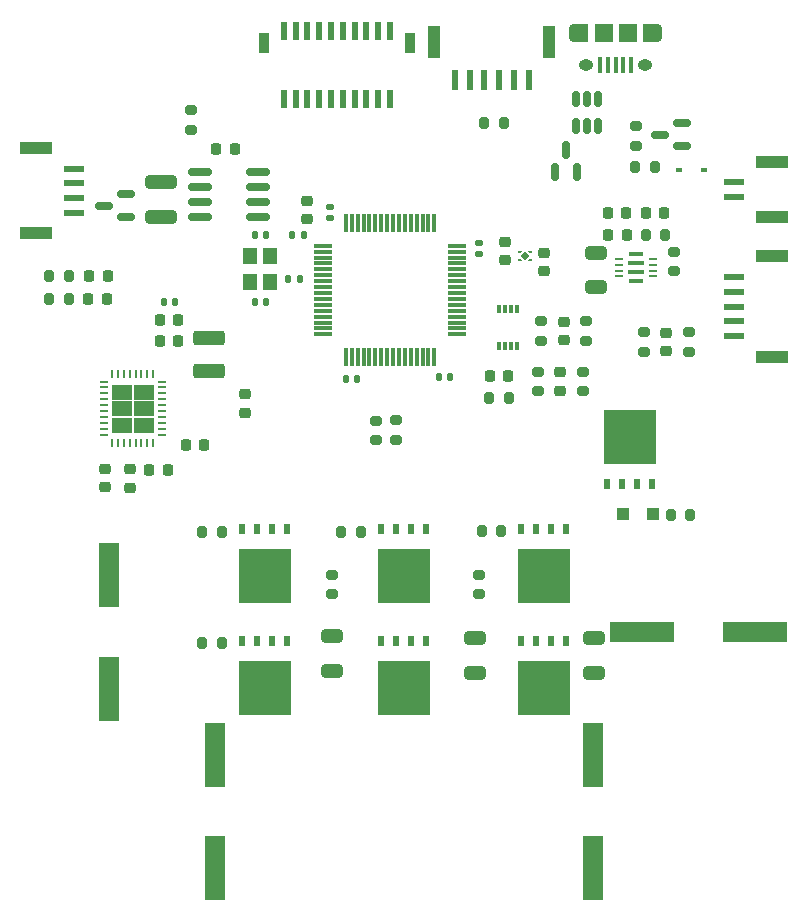
<source format=gtp>
G04 #@! TF.GenerationSoftware,KiCad,Pcbnew,(6.0.2)*
G04 #@! TF.CreationDate,2022-07-31T17:20:06+02:00*
G04 #@! TF.ProjectId,progetto_motor_controller,70726f67-6574-4746-9f5f-6d6f746f725f,rev?*
G04 #@! TF.SameCoordinates,Original*
G04 #@! TF.FileFunction,Paste,Top*
G04 #@! TF.FilePolarity,Positive*
%FSLAX46Y46*%
G04 Gerber Fmt 4.6, Leading zero omitted, Abs format (unit mm)*
G04 Created by KiCad (PCBNEW (6.0.2)) date 2022-07-31 17:20:06*
%MOMM*%
%LPD*%
G01*
G04 APERTURE LIST*
G04 Aperture macros list*
%AMRoundRect*
0 Rectangle with rounded corners*
0 $1 Rounding radius*
0 $2 $3 $4 $5 $6 $7 $8 $9 X,Y pos of 4 corners*
0 Add a 4 corners polygon primitive as box body*
4,1,4,$2,$3,$4,$5,$6,$7,$8,$9,$2,$3,0*
0 Add four circle primitives for the rounded corners*
1,1,$1+$1,$2,$3*
1,1,$1+$1,$4,$5*
1,1,$1+$1,$6,$7*
1,1,$1+$1,$8,$9*
0 Add four rect primitives between the rounded corners*
20,1,$1+$1,$2,$3,$4,$5,0*
20,1,$1+$1,$4,$5,$6,$7,0*
20,1,$1+$1,$6,$7,$8,$9,0*
20,1,$1+$1,$8,$9,$2,$3,0*%
%AMRotRect*
0 Rectangle, with rotation*
0 The origin of the aperture is its center*
0 $1 length*
0 $2 width*
0 $3 Rotation angle, in degrees counterclockwise*
0 Add horizontal line*
21,1,$1,$2,0,0,$3*%
%AMFreePoly0*
4,1,6,0.270000,0.070500,0.090000,-0.105000,-0.090000,-0.105000,-0.090000,0.105000,0.270000,0.105000,0.270000,0.070500,0.270000,0.070500,$1*%
%AMFreePoly1*
4,1,6,0.090000,-0.105000,-0.090000,-0.105000,-0.270000,0.070500,-0.270000,0.105000,0.090000,0.105000,0.090000,-0.105000,0.090000,-0.105000,$1*%
G04 Aperture macros list end*
%ADD10C,0.100000*%
%ADD11RoundRect,0.200000X0.275000X-0.200000X0.275000X0.200000X-0.275000X0.200000X-0.275000X-0.200000X0*%
%ADD12RoundRect,0.218750X-0.218750X-0.256250X0.218750X-0.256250X0.218750X0.256250X-0.218750X0.256250X0*%
%ADD13R,1.796999X5.403799*%
%ADD14O,1.250000X0.950000*%
%ADD15O,0.890000X1.550000*%
%ADD16R,0.400000X1.350000*%
%ADD17R,1.200000X1.550000*%
%ADD18R,1.500000X1.550000*%
%ADD19RoundRect,0.200000X0.200000X0.275000X-0.200000X0.275000X-0.200000X-0.275000X0.200000X-0.275000X0*%
%ADD20R,1.000000X1.000000*%
%ADD21RoundRect,0.250000X0.650000X-0.325000X0.650000X0.325000X-0.650000X0.325000X-0.650000X-0.325000X0*%
%ADD22RoundRect,0.200000X-0.200000X-0.275000X0.200000X-0.275000X0.200000X0.275000X-0.200000X0.275000X0*%
%ADD23R,5.403799X1.796999*%
%ADD24RoundRect,0.140000X-0.140000X-0.170000X0.140000X-0.170000X0.140000X0.170000X-0.140000X0.170000X0*%
%ADD25R,0.600000X0.800000*%
%ADD26R,4.410000X4.550000*%
%ADD27R,0.500000X0.850000*%
%ADD28RoundRect,0.250000X-1.075000X0.375000X-1.075000X-0.375000X1.075000X-0.375000X1.075000X0.375000X0*%
%ADD29RoundRect,0.225000X-0.225000X-0.250000X0.225000X-0.250000X0.225000X0.250000X-0.225000X0.250000X0*%
%ADD30RoundRect,0.225000X0.250000X-0.225000X0.250000X0.225000X-0.250000X0.225000X-0.250000X-0.225000X0*%
%ADD31R,1.400000X0.390000*%
%ADD32R,0.700000X0.250000*%
%ADD33R,1.250000X0.390000*%
%ADD34RoundRect,0.225000X0.225000X0.250000X-0.225000X0.250000X-0.225000X-0.250000X0.225000X-0.250000X0*%
%ADD35R,0.300000X0.800000*%
%ADD36RoundRect,0.200000X-0.275000X0.200000X-0.275000X-0.200000X0.275000X-0.200000X0.275000X0.200000X0*%
%ADD37RoundRect,0.150000X0.150000X-0.512500X0.150000X0.512500X-0.150000X0.512500X-0.150000X-0.512500X0*%
%ADD38RoundRect,0.140000X-0.170000X0.140000X-0.170000X-0.140000X0.170000X-0.140000X0.170000X0.140000X0*%
%ADD39R,0.600000X0.450000*%
%ADD40RoundRect,0.075000X-0.700000X-0.075000X0.700000X-0.075000X0.700000X0.075000X-0.700000X0.075000X0*%
%ADD41RoundRect,0.075000X-0.075000X-0.700000X0.075000X-0.700000X0.075000X0.700000X-0.075000X0.700000X0*%
%ADD42R,2.800000X1.000000*%
%ADD43R,1.800000X0.600000*%
%ADD44RoundRect,0.140000X0.140000X0.170000X-0.140000X0.170000X-0.140000X-0.170000X0.140000X-0.170000X0*%
%ADD45RoundRect,0.140000X0.170000X-0.140000X0.170000X0.140000X-0.170000X0.140000X-0.170000X-0.140000X0*%
%ADD46RoundRect,0.150000X0.587500X0.150000X-0.587500X0.150000X-0.587500X-0.150000X0.587500X-0.150000X0*%
%ADD47RoundRect,0.150000X0.150000X-0.587500X0.150000X0.587500X-0.150000X0.587500X-0.150000X-0.587500X0*%
%ADD48R,0.850000X1.800000*%
%ADD49R,0.600000X1.600000*%
%ADD50RoundRect,0.225000X-0.250000X0.225000X-0.250000X-0.225000X0.250000X-0.225000X0.250000X0.225000X0*%
%ADD51R,1.000000X2.800000*%
%ADD52R,0.600000X1.800000*%
%ADD53R,1.200000X1.400000*%
%ADD54R,0.757199X0.254800*%
%ADD55R,0.254800X0.757199*%
%ADD56RoundRect,0.250000X-1.075000X0.312500X-1.075000X-0.312500X1.075000X-0.312500X1.075000X0.312500X0*%
%ADD57RoundRect,0.150000X0.825000X0.150000X-0.825000X0.150000X-0.825000X-0.150000X0.825000X-0.150000X0*%
%ADD58RoundRect,0.135000X0.135000X0.185000X-0.135000X0.185000X-0.135000X-0.185000X0.135000X-0.185000X0*%
%ADD59FreePoly0,0.000000*%
%ADD60FreePoly1,180.000000*%
%ADD61FreePoly0,180.000000*%
%ADD62FreePoly1,0.000000*%
%ADD63RotRect,0.480000X0.480000X45.000000*%
G04 APERTURE END LIST*
D10*
X92900000Y-110598500D02*
X92900000Y-109401500D01*
X92900000Y-109401500D02*
X91245800Y-109401500D01*
X91245800Y-109401500D02*
X91245800Y-110598500D01*
X91245800Y-110598500D02*
X92900000Y-110598500D01*
G36*
X92900000Y-110598500D02*
G01*
X91245800Y-110598500D01*
X91245800Y-109401500D01*
X92900000Y-109401500D01*
X92900000Y-110598500D01*
G37*
X92900000Y-110598500D02*
X91245800Y-110598500D01*
X91245800Y-109401500D01*
X92900000Y-109401500D01*
X92900000Y-110598500D01*
X94754200Y-109201500D02*
X94754200Y-108004500D01*
X94754200Y-108004500D02*
X93100000Y-108004500D01*
X93100000Y-108004500D02*
X93100000Y-109201500D01*
X93100000Y-109201500D02*
X94754200Y-109201500D01*
G36*
X94754200Y-109201500D02*
G01*
X93100000Y-109201500D01*
X93100000Y-108004500D01*
X94754200Y-108004500D01*
X94754200Y-109201500D01*
G37*
X94754200Y-109201500D02*
X93100000Y-109201500D01*
X93100000Y-108004500D01*
X94754200Y-108004500D01*
X94754200Y-109201500D01*
X92900000Y-109201500D02*
X92900000Y-108004500D01*
X92900000Y-108004500D02*
X91245800Y-108004500D01*
X91245800Y-108004500D02*
X91245800Y-109201500D01*
X91245800Y-109201500D02*
X92900000Y-109201500D01*
G36*
X92900000Y-109201500D02*
G01*
X91245800Y-109201500D01*
X91245800Y-108004500D01*
X92900000Y-108004500D01*
X92900000Y-109201500D01*
G37*
X92900000Y-109201500D02*
X91245800Y-109201500D01*
X91245800Y-108004500D01*
X92900000Y-108004500D01*
X92900000Y-109201500D01*
X94754200Y-110598500D02*
X94754200Y-109401500D01*
X94754200Y-109401500D02*
X93100000Y-109401500D01*
X93100000Y-109401500D02*
X93100000Y-110598500D01*
X93100000Y-110598500D02*
X94754200Y-110598500D01*
G36*
X94754200Y-110598500D02*
G01*
X93100000Y-110598500D01*
X93100000Y-109401500D01*
X94754200Y-109401500D01*
X94754200Y-110598500D01*
G37*
X94754200Y-110598500D02*
X93100000Y-110598500D01*
X93100000Y-109401500D01*
X94754200Y-109401500D01*
X94754200Y-110598500D01*
X92900000Y-111995500D02*
X92900000Y-110798500D01*
X92900000Y-110798500D02*
X91245800Y-110798500D01*
X91245800Y-110798500D02*
X91245800Y-111995500D01*
X91245800Y-111995500D02*
X92900000Y-111995500D01*
G36*
X92900000Y-111995500D02*
G01*
X91245800Y-111995500D01*
X91245800Y-110798500D01*
X92900000Y-110798500D01*
X92900000Y-111995500D01*
G37*
X92900000Y-111995500D02*
X91245800Y-111995500D01*
X91245800Y-110798500D01*
X92900000Y-110798500D01*
X92900000Y-111995500D01*
X94754200Y-111995500D02*
X94754200Y-110798500D01*
X94754200Y-110798500D02*
X93100000Y-110798500D01*
X93100000Y-110798500D02*
X93100000Y-111995500D01*
X93100000Y-111995500D02*
X94754200Y-111995500D01*
G36*
X94754200Y-111995500D02*
G01*
X93100000Y-111995500D01*
X93100000Y-110798500D01*
X94754200Y-110798500D01*
X94754200Y-111995500D01*
G37*
X94754200Y-111995500D02*
X93100000Y-111995500D01*
X93100000Y-110798500D01*
X94754200Y-110798500D01*
X94754200Y-111995500D01*
D11*
X127300000Y-108575000D03*
X127300000Y-106925000D03*
D12*
X89312500Y-98800000D03*
X90887500Y-98800000D03*
D13*
X91000000Y-133745800D03*
X91000000Y-124154200D03*
D11*
X113600000Y-112700000D03*
X113600000Y-111050000D03*
D14*
X136400000Y-80950000D03*
X131400000Y-80950000D03*
D15*
X130400000Y-78250000D03*
X137400000Y-78250000D03*
D16*
X135200000Y-80950000D03*
X134550000Y-80950000D03*
X133900000Y-80950000D03*
X133250000Y-80950000D03*
X132600000Y-80950000D03*
D17*
X131000000Y-78250000D03*
X136800000Y-78250000D03*
D18*
X132900000Y-78250000D03*
X134900000Y-78250000D03*
D19*
X100525000Y-120450000D03*
X98875000Y-120450000D03*
D20*
X137050000Y-119000000D03*
X134550000Y-119000000D03*
D21*
X132250000Y-99775000D03*
X132250000Y-96825000D03*
X122000000Y-132425000D03*
X122000000Y-129475000D03*
D22*
X136425000Y-95300000D03*
X138075000Y-95300000D03*
D23*
X145686200Y-128950000D03*
X136094600Y-128950000D03*
D24*
X103320000Y-95300000D03*
X104280000Y-95300000D03*
D11*
X127600000Y-104275000D03*
X127600000Y-102625000D03*
D25*
X129705000Y-135575000D03*
D26*
X127800000Y-133700000D03*
D25*
X127165000Y-135575000D03*
X125895000Y-135575000D03*
X128435000Y-135575000D03*
D27*
X125895000Y-129750000D03*
X129705000Y-129750000D03*
X128435000Y-129750000D03*
X127165000Y-129750000D03*
D28*
X99450000Y-104050000D03*
X99450000Y-106850000D03*
D29*
X100075000Y-88050000D03*
X101625000Y-88050000D03*
D30*
X107800000Y-93975000D03*
X107800000Y-92425000D03*
D25*
X116605000Y-126075000D03*
X117875000Y-126075000D03*
D26*
X115970000Y-124200000D03*
D25*
X114065000Y-126075000D03*
X115335000Y-126075000D03*
D27*
X114065000Y-120250000D03*
X116605000Y-120250000D03*
X115335000Y-120250000D03*
X117875000Y-120250000D03*
D11*
X109850000Y-125775000D03*
X109850000Y-124125000D03*
D31*
X135660000Y-97710000D03*
X135650000Y-98490000D03*
D32*
X137100000Y-98850000D03*
X137100000Y-98350000D03*
X137100000Y-97850000D03*
X137100000Y-97350000D03*
X134200000Y-97350000D03*
X134200000Y-97850000D03*
X134200000Y-98350000D03*
X134200000Y-98850000D03*
D33*
X135650000Y-99210000D03*
X135650000Y-96990000D03*
D25*
X127165000Y-126075000D03*
X125895000Y-126075000D03*
X128435000Y-126075000D03*
X129705000Y-126075000D03*
D26*
X127800000Y-124200000D03*
D27*
X125895000Y-120250000D03*
X127165000Y-120250000D03*
X129705000Y-120250000D03*
X128435000Y-120250000D03*
D34*
X96825000Y-102550000D03*
X95275000Y-102550000D03*
X96825000Y-104350000D03*
X95275000Y-104350000D03*
D35*
X124050000Y-104700000D03*
X124550000Y-104700000D03*
X125050000Y-104700000D03*
X125550000Y-104700000D03*
X125550000Y-101600000D03*
X125050000Y-101600000D03*
X124550000Y-101600000D03*
X124050000Y-101600000D03*
D36*
X135650000Y-86125000D03*
X135650000Y-87775000D03*
D37*
X130500000Y-86137500D03*
X131450000Y-86137500D03*
X132400000Y-86137500D03*
X132400000Y-83862500D03*
X131450000Y-83862500D03*
X130500000Y-83862500D03*
D34*
X134825000Y-95300000D03*
X133275000Y-95300000D03*
D38*
X122300000Y-96020000D03*
X122300000Y-96980000D03*
D19*
X124825000Y-109150000D03*
X123175000Y-109150000D03*
D25*
X102295000Y-135575000D03*
X103565000Y-135575000D03*
X106105000Y-135575000D03*
D26*
X104200000Y-133700000D03*
D25*
X104835000Y-135575000D03*
D27*
X102295000Y-129750000D03*
X103565000Y-129750000D03*
X104835000Y-129750000D03*
X106105000Y-129750000D03*
D11*
X97900000Y-86425000D03*
X97900000Y-84775000D03*
D39*
X141350000Y-89800000D03*
X139250000Y-89800000D03*
D40*
X109125000Y-96250000D03*
X109125000Y-96750000D03*
X109125000Y-97250000D03*
X109125000Y-97750000D03*
X109125000Y-98250000D03*
X109125000Y-98750000D03*
X109125000Y-99250000D03*
X109125000Y-99750000D03*
X109125000Y-100250000D03*
X109125000Y-100750000D03*
X109125000Y-101250000D03*
X109125000Y-101750000D03*
X109125000Y-102250000D03*
X109125000Y-102750000D03*
X109125000Y-103250000D03*
X109125000Y-103750000D03*
D41*
X111050000Y-105675000D03*
X111550000Y-105675000D03*
X112050000Y-105675000D03*
X112550000Y-105675000D03*
X113050000Y-105675000D03*
X113550000Y-105675000D03*
X114050000Y-105675000D03*
X114550000Y-105675000D03*
X115050000Y-105675000D03*
X115550000Y-105675000D03*
X116050000Y-105675000D03*
X116550000Y-105675000D03*
X117050000Y-105675000D03*
X117550000Y-105675000D03*
X118050000Y-105675000D03*
X118550000Y-105675000D03*
D40*
X120475000Y-103750000D03*
X120475000Y-103250000D03*
X120475000Y-102750000D03*
X120475000Y-102250000D03*
X120475000Y-101750000D03*
X120475000Y-101250000D03*
X120475000Y-100750000D03*
X120475000Y-100250000D03*
X120475000Y-99750000D03*
X120475000Y-99250000D03*
X120475000Y-98750000D03*
X120475000Y-98250000D03*
X120475000Y-97750000D03*
X120475000Y-97250000D03*
X120475000Y-96750000D03*
X120475000Y-96250000D03*
D41*
X118550000Y-94325000D03*
X118050000Y-94325000D03*
X117550000Y-94325000D03*
X117050000Y-94325000D03*
X116550000Y-94325000D03*
X116050000Y-94325000D03*
X115550000Y-94325000D03*
X115050000Y-94325000D03*
X114550000Y-94325000D03*
X114050000Y-94325000D03*
X113550000Y-94325000D03*
X113050000Y-94325000D03*
X112550000Y-94325000D03*
X112050000Y-94325000D03*
X111550000Y-94325000D03*
X111050000Y-94325000D03*
D42*
X147150000Y-93850000D03*
X147150000Y-89150000D03*
D43*
X143950000Y-92125000D03*
X143950000Y-90875000D03*
D44*
X96580000Y-101050000D03*
X95620000Y-101050000D03*
D30*
X129500000Y-104225000D03*
X129500000Y-102675000D03*
D19*
X87575000Y-98850000D03*
X85925000Y-98850000D03*
D45*
X109700000Y-93930000D03*
X109700000Y-92970000D03*
D30*
X138200000Y-105175000D03*
X138200000Y-103625000D03*
D46*
X139537500Y-87800000D03*
X139537500Y-85900000D03*
X137662500Y-86850000D03*
D29*
X123225000Y-107300000D03*
X124775000Y-107300000D03*
D42*
X84800000Y-88000000D03*
X84800000Y-95200000D03*
D43*
X88000000Y-89725000D03*
X88000000Y-90975000D03*
X88000000Y-92225000D03*
X88000000Y-93475000D03*
D47*
X128750000Y-89987500D03*
X130650000Y-89987500D03*
X129700000Y-88112500D03*
D19*
X124425000Y-85900000D03*
X122775000Y-85900000D03*
D44*
X104280000Y-101000000D03*
X103320000Y-101000000D03*
D13*
X132000000Y-139354200D03*
X132000000Y-148945800D03*
D29*
X136475000Y-93500000D03*
X138025000Y-93500000D03*
D48*
X116475000Y-79100000D03*
X104125000Y-79100000D03*
D49*
X114800000Y-83800000D03*
X114800000Y-78100000D03*
X113800000Y-83800000D03*
X113800000Y-78100000D03*
X112800000Y-83800000D03*
X112800000Y-78100000D03*
X111800000Y-83800000D03*
X111800000Y-78100000D03*
X110800000Y-83800000D03*
X110800000Y-78100000D03*
X109800000Y-83800000D03*
X109800000Y-78100000D03*
X108800000Y-83800000D03*
X108800000Y-78100000D03*
X107800000Y-83800000D03*
X107800000Y-78100000D03*
X106800000Y-83800000D03*
X106800000Y-78100000D03*
X105800000Y-83800000D03*
X105800000Y-78100000D03*
D50*
X127800000Y-96850000D03*
X127800000Y-98400000D03*
D36*
X138800000Y-96740000D03*
X138800000Y-98390000D03*
D51*
X118550000Y-79000000D03*
X128250000Y-79000000D03*
D52*
X126525000Y-82200000D03*
X125275000Y-82200000D03*
X124025000Y-82200000D03*
X122775000Y-82200000D03*
X121525000Y-82200000D03*
X120275000Y-82200000D03*
D21*
X132050000Y-132425000D03*
X132050000Y-129475000D03*
D34*
X95975000Y-115200000D03*
X94425000Y-115200000D03*
D50*
X92750000Y-115175000D03*
X92750000Y-116725000D03*
D44*
X107480000Y-95300000D03*
X106520000Y-95300000D03*
D26*
X115970000Y-133700000D03*
D25*
X116605000Y-135575000D03*
X117875000Y-135575000D03*
X115335000Y-135575000D03*
X114065000Y-135575000D03*
D27*
X114065000Y-129750000D03*
X115335000Y-129750000D03*
X116605000Y-129750000D03*
X117875000Y-129750000D03*
D19*
X124225000Y-120400000D03*
X122575000Y-120400000D03*
D30*
X102550000Y-110375000D03*
X102550000Y-108825000D03*
D53*
X102950000Y-97100000D03*
X102950000Y-99300000D03*
X104650000Y-99300000D03*
X104650000Y-97100000D03*
D36*
X115300000Y-111025000D03*
X115300000Y-112675000D03*
D54*
X95450000Y-112250002D03*
X95450000Y-111750000D03*
X95450000Y-111250001D03*
X95450000Y-110750002D03*
X95450000Y-110250001D03*
X95450000Y-109750001D03*
X95450000Y-109250000D03*
X95450000Y-108750001D03*
X95450000Y-108250002D03*
X95450000Y-107750000D03*
D55*
X94749999Y-107080000D03*
X94250000Y-107080000D03*
X93750001Y-107080000D03*
X93250000Y-107080000D03*
X92750000Y-107080000D03*
X92249999Y-107080000D03*
X91750000Y-107080000D03*
X91250001Y-107080000D03*
D54*
X90550000Y-107749999D03*
X90550000Y-108250001D03*
X90550000Y-108750000D03*
X90550000Y-109249999D03*
X90550000Y-109750000D03*
X90550000Y-110250000D03*
X90550000Y-110750001D03*
X90550000Y-111250000D03*
X90550000Y-111749999D03*
X90550000Y-112250001D03*
D55*
X91250001Y-112918600D03*
X91750000Y-112918600D03*
X92249999Y-112918600D03*
X92750000Y-112918600D03*
X93250000Y-112918600D03*
X93750001Y-112918600D03*
X94250000Y-112918600D03*
X94749999Y-112918600D03*
D25*
X102295000Y-126075000D03*
D26*
X104200000Y-124200000D03*
D25*
X103565000Y-126075000D03*
X106105000Y-126075000D03*
X104835000Y-126075000D03*
D27*
X102295000Y-120250000D03*
X104835000Y-120250000D03*
X106105000Y-120250000D03*
X103565000Y-120250000D03*
D56*
X95400000Y-90887500D03*
X95400000Y-93812500D03*
D50*
X90700000Y-115150000D03*
X90700000Y-116700000D03*
D42*
X147150000Y-97150000D03*
X147150000Y-105650000D03*
D43*
X143950000Y-103900000D03*
X143950000Y-102650000D03*
X143950000Y-101400000D03*
X143950000Y-100150000D03*
X143950000Y-98900000D03*
D50*
X129200000Y-106975000D03*
X129200000Y-108525000D03*
D26*
X135100000Y-112450000D03*
D25*
X134465000Y-110575000D03*
X133195000Y-110575000D03*
X137005000Y-110575000D03*
X135735000Y-110575000D03*
D27*
X137005000Y-116400000D03*
X134465000Y-116400000D03*
X133195000Y-116400000D03*
X135735000Y-116400000D03*
D21*
X109850000Y-132225000D03*
X109850000Y-129275000D03*
D57*
X103625000Y-93805000D03*
X103625000Y-92535000D03*
X103625000Y-91265000D03*
X103625000Y-89995000D03*
X98675000Y-89995000D03*
X98675000Y-91265000D03*
X98675000Y-92535000D03*
X98675000Y-93805000D03*
D34*
X134800000Y-93500000D03*
X133250000Y-93500000D03*
D11*
X122300000Y-125775000D03*
X122300000Y-124125000D03*
D36*
X131100000Y-106925000D03*
X131100000Y-108575000D03*
D34*
X99075000Y-113150000D03*
X97525000Y-113150000D03*
D58*
X107185000Y-99075000D03*
X106165000Y-99075000D03*
D11*
X140100000Y-105225000D03*
X140100000Y-103575000D03*
X131400000Y-104275000D03*
X131400000Y-102625000D03*
D19*
X87575000Y-100750000D03*
X85925000Y-100750000D03*
X140225000Y-119050000D03*
X138575000Y-119050000D03*
D44*
X119900000Y-107400000D03*
X118940000Y-107400000D03*
D46*
X92437500Y-93800000D03*
X92437500Y-91900000D03*
X90562500Y-92850000D03*
D50*
X124500000Y-95925000D03*
X124500000Y-97475000D03*
D44*
X112030000Y-107500000D03*
X111070000Y-107500000D03*
D12*
X89262500Y-100750000D03*
X90837500Y-100750000D03*
D19*
X137225000Y-89600000D03*
X135575000Y-89600000D03*
D13*
X100000000Y-139354200D03*
X100000000Y-148945800D03*
D19*
X112325000Y-120450000D03*
X110675000Y-120450000D03*
X100525000Y-129850000D03*
X98875000Y-129850000D03*
D11*
X136300000Y-105225000D03*
X136300000Y-103575000D03*
D59*
X125680000Y-96775000D03*
D60*
X125680000Y-97425000D03*
D61*
X126720000Y-97425000D03*
D62*
X126720000Y-96775000D03*
D63*
X126200000Y-97100000D03*
M02*

</source>
